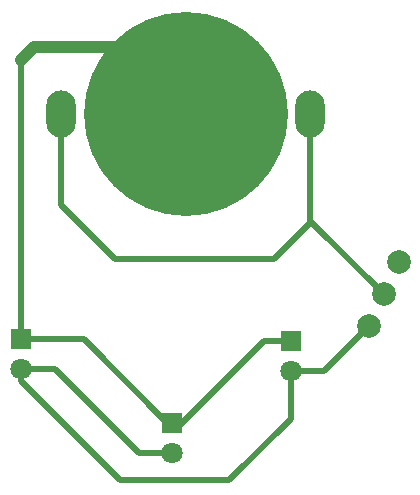
<source format=gbr>
%TF.GenerationSoftware,KiCad,Pcbnew,(6.0.7)*%
%TF.CreationDate,2024-01-22T09:58:03-08:00*%
%TF.ProjectId,Blinky,426c696e-6b79-42e6-9b69-6361645f7063,rev?*%
%TF.SameCoordinates,Original*%
%TF.FileFunction,Copper,L2,Bot*%
%TF.FilePolarity,Positive*%
%FSLAX46Y46*%
G04 Gerber Fmt 4.6, Leading zero omitted, Abs format (unit mm)*
G04 Created by KiCad (PCBNEW (6.0.7)) date 2024-01-22 09:58:03*
%MOMM*%
%LPD*%
G01*
G04 APERTURE LIST*
%TA.AperFunction,ComponentPad*%
%ADD10R,1.800000X1.800000*%
%TD*%
%TA.AperFunction,ComponentPad*%
%ADD11C,1.800000*%
%TD*%
%TA.AperFunction,ComponentPad*%
%ADD12O,2.500000X4.000000*%
%TD*%
%TA.AperFunction,SMDPad,CuDef*%
%ADD13C,17.272000*%
%TD*%
%TA.AperFunction,ComponentPad*%
%ADD14C,2.000000*%
%TD*%
%TA.AperFunction,Conductor*%
%ADD15C,0.508000*%
%TD*%
%TA.AperFunction,Conductor*%
%ADD16C,1.016000*%
%TD*%
G04 APERTURE END LIST*
D10*
%TO.P,D1,1*%
%TO.N,GND*%
X126956000Y-92792000D03*
D11*
%TO.P,D1,2*%
%TO.N,/LED+*%
X126956000Y-95332000D03*
%TD*%
D10*
%TO.P,D2,1*%
%TO.N,GND*%
X139783000Y-99904000D03*
D11*
%TO.P,D2,2*%
%TO.N,/LED+*%
X139783000Y-102444000D03*
%TD*%
D10*
%TO.P,D3,1*%
%TO.N,GND*%
X149816000Y-92919000D03*
D11*
%TO.P,D3,2*%
%TO.N,/LED+*%
X149816000Y-95459000D03*
%TD*%
D12*
%TO.P,BT1,1*%
%TO.N,VCC*%
X130384000Y-73702000D03*
X151466000Y-73702000D03*
D13*
%TO.P,BT1,2*%
%TO.N,GND*%
X140925000Y-73702000D03*
%TD*%
D14*
%TO.P,SW1,1*%
%TO.N,Net-(SW1-Pad1)*%
X158957855Y-86268076D03*
%TO.P,SW1,2*%
%TO.N,VCC*%
X157690000Y-88987000D03*
%TO.P,SW1,3*%
%TO.N,/LED+*%
X156422145Y-91705923D03*
%TD*%
D15*
%TO.N,VCC*%
X151466000Y-82932000D02*
X151466000Y-81702000D01*
X151466000Y-81702000D02*
X151466000Y-73702000D01*
X130384000Y-73702000D02*
X130384000Y-81420000D01*
X151466000Y-82763000D02*
X157690000Y-88987000D01*
X130384000Y-81420000D02*
X134966000Y-86002000D01*
X151466000Y-81702000D02*
X151466000Y-82763000D01*
X148396000Y-86002000D02*
X151466000Y-82932000D01*
X134966000Y-86002000D02*
X148396000Y-86002000D01*
%TO.N,GND*%
X147525000Y-92919000D02*
X140408000Y-100036000D01*
D16*
X128099000Y-68032000D02*
X135255000Y-68032000D01*
D15*
X140408000Y-100036000D02*
X139529000Y-100036000D01*
D16*
X126956000Y-69175000D02*
X128099000Y-68032000D01*
D15*
X132290000Y-92797000D02*
X127083000Y-92797000D01*
X127083000Y-92797000D02*
X126956000Y-92670000D01*
X149816000Y-92919000D02*
X147525000Y-92919000D01*
X126956000Y-92792000D02*
X126956000Y-69175000D01*
D16*
X135255000Y-68032000D02*
X140925000Y-73702000D01*
D15*
X139529000Y-100036000D02*
X132290000Y-92797000D01*
%TO.N,/LED+*%
X149816000Y-95459000D02*
X149816000Y-99528000D01*
X135338000Y-104735000D02*
X126956000Y-96353000D01*
X144609000Y-104735000D02*
X135338000Y-104735000D01*
X136984000Y-102444000D02*
X139783000Y-102444000D01*
X156422145Y-91705923D02*
X152669068Y-95459000D01*
X149816000Y-99528000D02*
X144609000Y-104735000D01*
X152669068Y-95459000D02*
X149816000Y-95459000D01*
X126956000Y-95332000D02*
X129872000Y-95332000D01*
X129872000Y-95332000D02*
X136984000Y-102444000D01*
X126956000Y-96353000D02*
X126956000Y-95210000D01*
%TD*%
M02*

</source>
